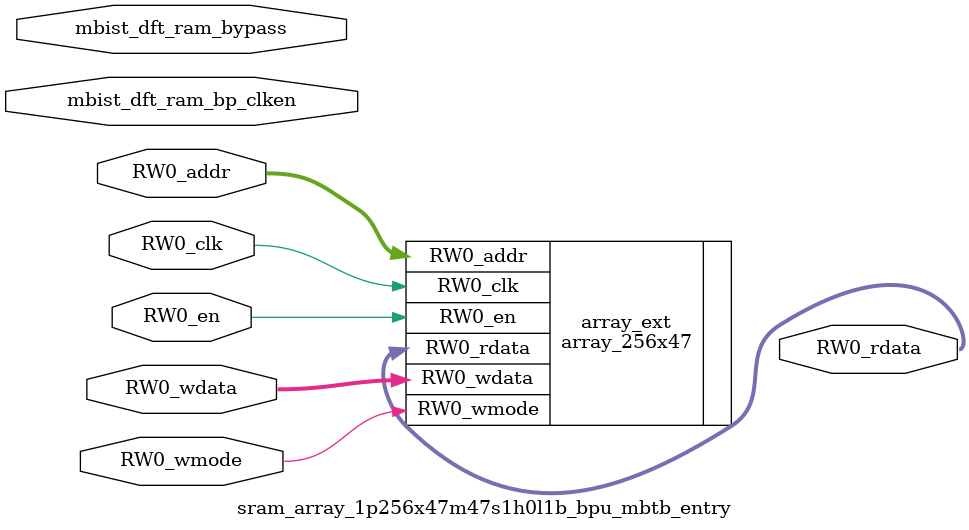
<source format=sv>
module sram_array_1p256x47m47s1h0l1b_bpu_mbtb_entry(
  input         mbist_dft_ram_bypass,
  input         mbist_dft_ram_bp_clken,
  input         RW0_clk,
  input  [7:0]  RW0_addr,
  input         RW0_en,
  input         RW0_wmode,
  input  [46:0] RW0_wdata,
  output [46:0] RW0_rdata
);

  array_256x47 array_ext (
    .RW0_addr  (RW0_addr),
    .RW0_en    (RW0_en),
    .RW0_clk   (RW0_clk),
    .RW0_wmode (RW0_wmode),
    .RW0_wdata (RW0_wdata),
    .RW0_rdata (RW0_rdata)
  );
endmodule


</source>
